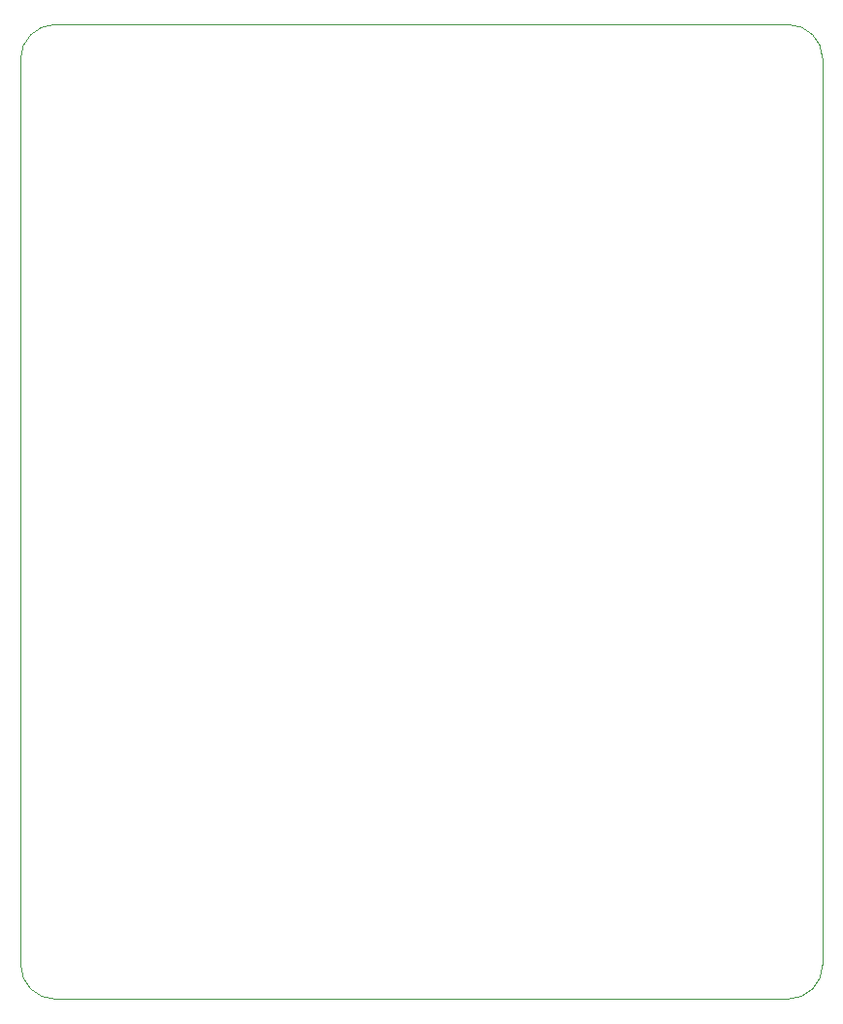
<source format=gm1>
G04 #@! TF.GenerationSoftware,KiCad,Pcbnew,8.0.8*
G04 #@! TF.CreationDate,2025-02-12T00:39:16+09:00*
G04 #@! TF.ProjectId,1bit-cpu_asic,31626974-2d63-4707-955f-617369632e6b,rev?*
G04 #@! TF.SameCoordinates,Original*
G04 #@! TF.FileFunction,Profile,NP*
%FSLAX46Y46*%
G04 Gerber Fmt 4.6, Leading zero omitted, Abs format (unit mm)*
G04 Created by KiCad (PCBNEW 8.0.8) date 2025-02-12 00:39:16*
%MOMM*%
%LPD*%
G01*
G04 APERTURE LIST*
G04 #@! TA.AperFunction,Profile*
%ADD10C,0.100000*%
G04 #@! TD*
G04 APERTURE END LIST*
D10*
X105440000Y-61240000D02*
G75*
G02*
X108440000Y-58240000I3000000J0D01*
G01*
X105440000Y-140240000D02*
X105440000Y-61240000D01*
X172440000Y-143240000D02*
X108440000Y-143240000D01*
X172440000Y-58240000D02*
G75*
G02*
X175440000Y-61240000I0J-3000000D01*
G01*
X175440000Y-140240000D02*
G75*
G02*
X172440000Y-143240000I-3000000J0D01*
G01*
X108440000Y-143240000D02*
G75*
G02*
X105440000Y-140240000I0J3000000D01*
G01*
X175440000Y-61240000D02*
X175440000Y-140240000D01*
X108440000Y-58240000D02*
X172440000Y-58240000D01*
M02*

</source>
